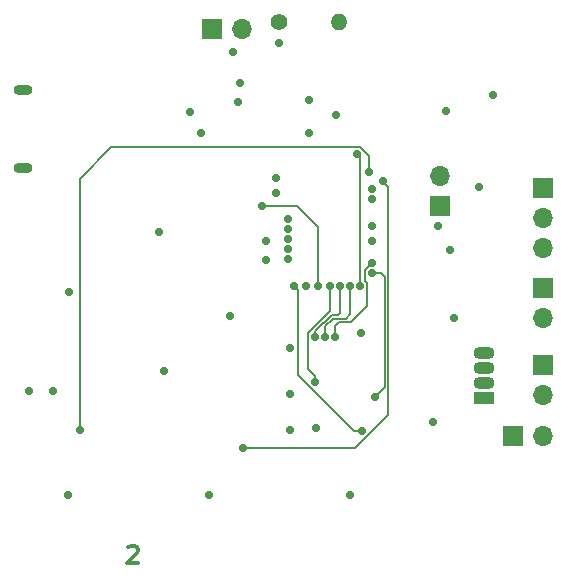
<source format=gbr>
G04 #@! TF.FileFunction,Copper,L2,Inr,Signal*
%FSLAX46Y46*%
G04 Gerber Fmt 4.6, Leading zero omitted, Abs format (unit mm)*
G04 Created by KiCad (PCBNEW 4.0.6) date 03/11/18 13:26:33*
%MOMM*%
%LPD*%
G01*
G04 APERTURE LIST*
%ADD10C,0.100000*%
%ADD11C,0.300000*%
%ADD12R,1.700000X1.700000*%
%ADD13O,1.700000X1.700000*%
%ADD14R,1.800000X1.070000*%
%ADD15O,1.800000X1.070000*%
%ADD16O,1.600000X0.900000*%
%ADD17C,1.400000*%
%ADD18O,1.400000X1.400000*%
%ADD19C,0.700000*%
%ADD20C,0.152400*%
G04 APERTURE END LIST*
D10*
D11*
X77371429Y-104921429D02*
X77442858Y-104850000D01*
X77585715Y-104778571D01*
X77942858Y-104778571D01*
X78085715Y-104850000D01*
X78157144Y-104921429D01*
X78228572Y-105064286D01*
X78228572Y-105207143D01*
X78157144Y-105421429D01*
X77300001Y-106278571D01*
X78228572Y-106278571D01*
D12*
X84500000Y-61000000D03*
D13*
X87040000Y-61000000D03*
D14*
X107500000Y-92270000D03*
D15*
X107500000Y-91000000D03*
X107500000Y-89730000D03*
X107500000Y-88460000D03*
D12*
X112500000Y-83000000D03*
D13*
X112500000Y-85540000D03*
D12*
X112500000Y-89460000D03*
D13*
X112500000Y-92000000D03*
D12*
X110000000Y-95500000D03*
D13*
X112540000Y-95500000D03*
D16*
X68475000Y-66200000D03*
X68475000Y-72800000D03*
D12*
X103800000Y-76040000D03*
D13*
X103800000Y-73500000D03*
D12*
X112500000Y-74500000D03*
D13*
X112500000Y-77040000D03*
X112500000Y-79580000D03*
D17*
X90150000Y-60400000D03*
D18*
X95230000Y-60400000D03*
D19*
X92710000Y-67056000D03*
X92710000Y-69850000D03*
X83566000Y-69850000D03*
X86225000Y-63000000D03*
X82625000Y-68075000D03*
X80400000Y-89950000D03*
X91050000Y-95000000D03*
X89916000Y-74930000D03*
X89916000Y-73660000D03*
X96200000Y-100500000D03*
X84200000Y-100500000D03*
X72300000Y-100500000D03*
X71000000Y-91700000D03*
X69000000Y-91700000D03*
X86029602Y-85368580D03*
X91100000Y-91900000D03*
X91100000Y-88000000D03*
X97100000Y-86800000D03*
X103200000Y-94300000D03*
X105000000Y-85500000D03*
X107100000Y-74400000D03*
X104300000Y-68000000D03*
X108300000Y-66600000D03*
X90932000Y-77960791D03*
X97200000Y-95050000D03*
X91440000Y-82804000D03*
X97810000Y-73180000D03*
X73290000Y-94950000D03*
X87110000Y-96520000D03*
X98950000Y-73920000D03*
X90932000Y-79665597D03*
X90932000Y-78813194D03*
X90932000Y-80518000D03*
X72390000Y-83312000D03*
X80010000Y-78232000D03*
X89075000Y-79000000D03*
X103632000Y-77724000D03*
X98044000Y-77724000D03*
X89080000Y-80620000D03*
X98044000Y-78994000D03*
X90125000Y-62175000D03*
X86875000Y-65600000D03*
X96774000Y-71628000D03*
X97028000Y-82804000D03*
X88700000Y-76025000D03*
X93472000Y-82804000D03*
X94996000Y-68326000D03*
X98044000Y-74585597D03*
X93250000Y-94850000D03*
X93218000Y-90932000D03*
X94470791Y-82804000D03*
X93218000Y-87122000D03*
X95323194Y-82804000D03*
X98044000Y-75438000D03*
X86673768Y-67173031D03*
X104625000Y-79700000D03*
X92456000Y-82804000D03*
X94070403Y-87122000D03*
X96175597Y-82804000D03*
X98300000Y-92150000D03*
X98044000Y-81714806D03*
X90932000Y-77108388D03*
X94922806Y-87122000D03*
X98044000Y-80862403D03*
D20*
X91440000Y-82804000D02*
X91789999Y-83153999D01*
X91789999Y-83153999D02*
X91789999Y-90360329D01*
X91789999Y-90360329D02*
X96479670Y-95050000D01*
X96479670Y-95050000D02*
X97200000Y-95050000D01*
X97810000Y-73180000D02*
X97810000Y-71807670D01*
X73290000Y-73710000D02*
X73290000Y-89429670D01*
X97810000Y-71807670D02*
X97051729Y-71049399D01*
X75950601Y-71049399D02*
X73290000Y-73710000D01*
X97051729Y-71049399D02*
X75950601Y-71049399D01*
X73290000Y-89429670D02*
X73290000Y-94950000D01*
X98950000Y-73920000D02*
X99415620Y-74385620D01*
X99415620Y-74385620D02*
X99415620Y-93690710D01*
X99415620Y-93690710D02*
X96586330Y-96520000D01*
X96586330Y-96520000D02*
X87110000Y-96520000D01*
X97028000Y-82804000D02*
X97028000Y-71882000D01*
X97028000Y-71882000D02*
X96774000Y-71628000D01*
X93472000Y-77797000D02*
X91700000Y-76025000D01*
X91700000Y-76025000D02*
X88700000Y-76025000D01*
X93472000Y-82804000D02*
X93472000Y-77797000D01*
X92639399Y-86773469D02*
X94470791Y-84942077D01*
X94470791Y-84942077D02*
X94470791Y-82804000D01*
X93218000Y-90932000D02*
X93218000Y-90437026D01*
X93218000Y-90437026D02*
X92639399Y-89858425D01*
X92639399Y-89858425D02*
X92639399Y-86773469D01*
X93567999Y-86275935D02*
X94443934Y-85400000D01*
X94443934Y-85400000D02*
X94601554Y-85242380D01*
X93218000Y-87122000D02*
X93218000Y-86625934D01*
X93218000Y-86625934D02*
X94443934Y-85400000D01*
X95157620Y-85242380D02*
X95323194Y-85076806D01*
X95323194Y-85076806D02*
X95323194Y-82804000D01*
X94601554Y-85242380D02*
X95157620Y-85242380D01*
X94070403Y-87122000D02*
X94070403Y-86627026D01*
X94070403Y-86627026D02*
X94075000Y-86622429D01*
X95827810Y-85547190D02*
X96175597Y-85199403D01*
X94075000Y-86622429D02*
X94075000Y-86200000D01*
X94075000Y-86200000D02*
X94727810Y-85547190D01*
X94727810Y-85547190D02*
X95827810Y-85547190D01*
X96175597Y-85199403D02*
X96175597Y-82804000D01*
X98044000Y-81714806D02*
X98825616Y-81714806D01*
X99110810Y-82000000D02*
X99110810Y-91339190D01*
X98825616Y-81714806D02*
X99110810Y-82000000D01*
X99110810Y-91339190D02*
X98300000Y-92150000D01*
X98044000Y-80862403D02*
X97465399Y-81441004D01*
X97465399Y-81441004D02*
X97465399Y-82385069D01*
X97465399Y-82385069D02*
X97606601Y-82526271D01*
X97606601Y-82526271D02*
X97606601Y-84511399D01*
X97606601Y-84511399D02*
X96266000Y-85852000D01*
X96266000Y-85852000D02*
X95250000Y-85852000D01*
X95250000Y-85852000D02*
X94922806Y-86179194D01*
X94922806Y-86179194D02*
X94922806Y-87122000D01*
M02*

</source>
